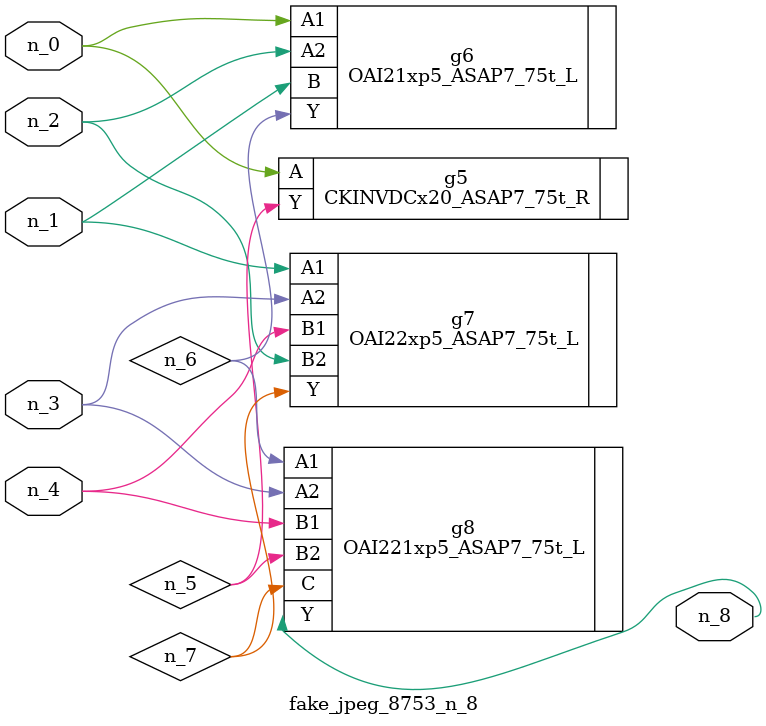
<source format=v>
module fake_jpeg_8753_n_8 (n_3, n_2, n_1, n_0, n_4, n_8);

input n_3;
input n_2;
input n_1;
input n_0;
input n_4;

output n_8;

wire n_6;
wire n_5;
wire n_7;

CKINVDCx20_ASAP7_75t_R g5 ( 
.A(n_0),
.Y(n_5)
);

OAI21xp5_ASAP7_75t_L g6 ( 
.A1(n_0),
.A2(n_2),
.B(n_1),
.Y(n_6)
);

OAI22xp5_ASAP7_75t_L g7 ( 
.A1(n_1),
.A2(n_3),
.B1(n_4),
.B2(n_2),
.Y(n_7)
);

OAI221xp5_ASAP7_75t_L g8 ( 
.A1(n_6),
.A2(n_3),
.B1(n_4),
.B2(n_5),
.C(n_7),
.Y(n_8)
);


endmodule
</source>
